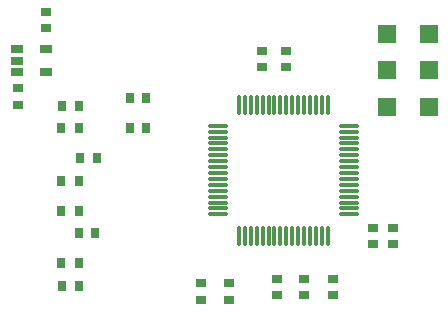
<source format=gtp>
%FSLAX25Y25*%
%MOIN*%
G70*
G01*
G75*
G04 Layer_Color=8421504*
%ADD10R,0.03543X0.03150*%
%ADD11O,0.01181X0.07087*%
%ADD12O,0.07087X0.01181*%
%ADD13R,0.05906X0.05906*%
%ADD14R,0.02756X0.03543*%
%ADD15R,0.03150X0.03543*%
%ADD16R,0.04331X0.02559*%
%ADD17C,0.01000*%
%ADD18C,0.07000*%
%ADD19R,0.07000X0.07000*%
%ADD20R,0.05906X0.05906*%
%ADD21C,0.05906*%
%ADD22C,0.07284*%
%ADD23R,0.07284X0.07284*%
%ADD24C,0.05512*%
G04:AMPARAMS|DCode=25|XSize=55.12mil|YSize=55.12mil|CornerRadius=0mil|HoleSize=0mil|Usage=FLASHONLY|Rotation=0.000|XOffset=0mil|YOffset=0mil|HoleType=Round|Shape=Octagon|*
%AMOCTAGOND25*
4,1,8,0.02756,-0.01378,0.02756,0.01378,0.01378,0.02756,-0.01378,0.02756,-0.02756,0.01378,-0.02756,-0.01378,-0.01378,-0.02756,0.01378,-0.02756,0.02756,-0.01378,0.0*
%
%ADD25OCTAGOND25*%

%ADD26C,0.05000*%
%ADD27C,0.04000*%
G04:AMPARAMS|DCode=28|XSize=100mil|YSize=100mil|CornerRadius=0mil|HoleSize=0mil|Usage=FLASHONLY|Rotation=0.000|XOffset=0mil|YOffset=0mil|HoleType=Round|Shape=Relief|Width=10mil|Gap=10mil|Entries=4|*
%AMTHD28*
7,0,0,0.10000,0.08000,0.01000,45*
%
%ADD28THD28*%
%ADD29C,0.08000*%
%ADD30C,0.07543*%
G04:AMPARAMS|DCode=31|XSize=95.433mil|YSize=95.433mil|CornerRadius=0mil|HoleSize=0mil|Usage=FLASHONLY|Rotation=0.000|XOffset=0mil|YOffset=0mil|HoleType=Round|Shape=Relief|Width=10mil|Gap=10mil|Entries=4|*
%AMTHD31*
7,0,0,0.09543,0.07543,0.01000,45*
%
%ADD31THD31*%
G04:AMPARAMS|DCode=32|XSize=103.307mil|YSize=103.307mil|CornerRadius=0mil|HoleSize=0mil|Usage=FLASHONLY|Rotation=0.000|XOffset=0mil|YOffset=0mil|HoleType=Round|Shape=Relief|Width=10mil|Gap=10mil|Entries=4|*
%AMTHD32*
7,0,0,0.10331,0.08331,0.01000,45*
%
%ADD32THD32*%
%ADD33C,0.08331*%
%ADD34C,0.07150*%
G04:AMPARAMS|DCode=35|XSize=88mil|YSize=88mil|CornerRadius=0mil|HoleSize=0mil|Usage=FLASHONLY|Rotation=0.000|XOffset=0mil|YOffset=0mil|HoleType=Round|Shape=Relief|Width=10mil|Gap=10mil|Entries=4|*
%AMTHD35*
7,0,0,0.08800,0.06800,0.01000,45*
%
%ADD35THD35*%
%ADD36C,0.06800*%
%ADD37O,0.06496X0.02165*%
%ADD38O,0.02165X0.06496*%
%ADD39O,0.01575X0.07087*%
%ADD40R,0.01575X0.07087*%
%ADD41C,0.02362*%
%ADD42C,0.00984*%
%ADD43C,0.00787*%
%ADD44C,0.00961*%
%ADD45C,0.00882*%
%ADD46C,0.00870*%
D10*
X127500Y237244D02*
D03*
Y242756D02*
D03*
X118000Y217256D02*
D03*
Y211744D02*
D03*
X223000Y153756D02*
D03*
Y148244D02*
D03*
X207500Y224244D02*
D03*
Y229756D02*
D03*
X213500Y153756D02*
D03*
Y148244D02*
D03*
X199500Y224244D02*
D03*
Y229756D02*
D03*
X204500Y153756D02*
D03*
Y148244D02*
D03*
X188500Y146744D02*
D03*
Y152256D02*
D03*
X179000Y146744D02*
D03*
Y152256D02*
D03*
X236500Y170756D02*
D03*
Y165244D02*
D03*
X243000Y170756D02*
D03*
Y165244D02*
D03*
D11*
X191736Y211850D02*
D03*
X193705D02*
D03*
X195673D02*
D03*
X197642D02*
D03*
X199610D02*
D03*
X201579D02*
D03*
X203547D02*
D03*
X205516D02*
D03*
X207484D02*
D03*
X209453D02*
D03*
X211421D02*
D03*
X213390D02*
D03*
X215358D02*
D03*
X217327D02*
D03*
X219295D02*
D03*
X221264D02*
D03*
Y168150D02*
D03*
X219295D02*
D03*
X217327D02*
D03*
X215358D02*
D03*
X213390D02*
D03*
X211421D02*
D03*
X209453D02*
D03*
X207484D02*
D03*
X205516D02*
D03*
X203547D02*
D03*
X201579D02*
D03*
X199610D02*
D03*
X197642D02*
D03*
X195673D02*
D03*
X193705D02*
D03*
X191736D02*
D03*
D12*
X228350Y204764D02*
D03*
Y202795D02*
D03*
Y200827D02*
D03*
Y198858D02*
D03*
Y196890D02*
D03*
Y194921D02*
D03*
Y192953D02*
D03*
Y190984D02*
D03*
Y189016D02*
D03*
Y187047D02*
D03*
Y185079D02*
D03*
Y183110D02*
D03*
Y181142D02*
D03*
Y179173D02*
D03*
Y177205D02*
D03*
Y175236D02*
D03*
X184650D02*
D03*
Y177205D02*
D03*
Y179173D02*
D03*
Y181142D02*
D03*
Y183110D02*
D03*
Y185079D02*
D03*
Y187047D02*
D03*
Y189016D02*
D03*
Y190984D02*
D03*
Y192953D02*
D03*
Y194921D02*
D03*
Y196890D02*
D03*
Y198858D02*
D03*
Y200827D02*
D03*
Y202795D02*
D03*
Y204764D02*
D03*
D13*
X241110Y223500D02*
D03*
X254890D02*
D03*
X241110Y211000D02*
D03*
X254890D02*
D03*
X241110Y235500D02*
D03*
X254890D02*
D03*
D14*
X138453Y159000D02*
D03*
X132547D02*
D03*
X138453Y176500D02*
D03*
X132547D02*
D03*
X138453Y204000D02*
D03*
X132547D02*
D03*
X138453Y186500D02*
D03*
X132547D02*
D03*
D15*
X138256Y151500D02*
D03*
X132744D02*
D03*
X138244Y169000D02*
D03*
X143756D02*
D03*
X138744Y194000D02*
D03*
X144256D02*
D03*
X138256Y211500D02*
D03*
X132744D02*
D03*
X155244Y204000D02*
D03*
X160756D02*
D03*
X155244Y214000D02*
D03*
X160756D02*
D03*
D16*
X117776Y230240D02*
D03*
Y226500D02*
D03*
Y222760D02*
D03*
X127224D02*
D03*
Y230240D02*
D03*
M02*

</source>
